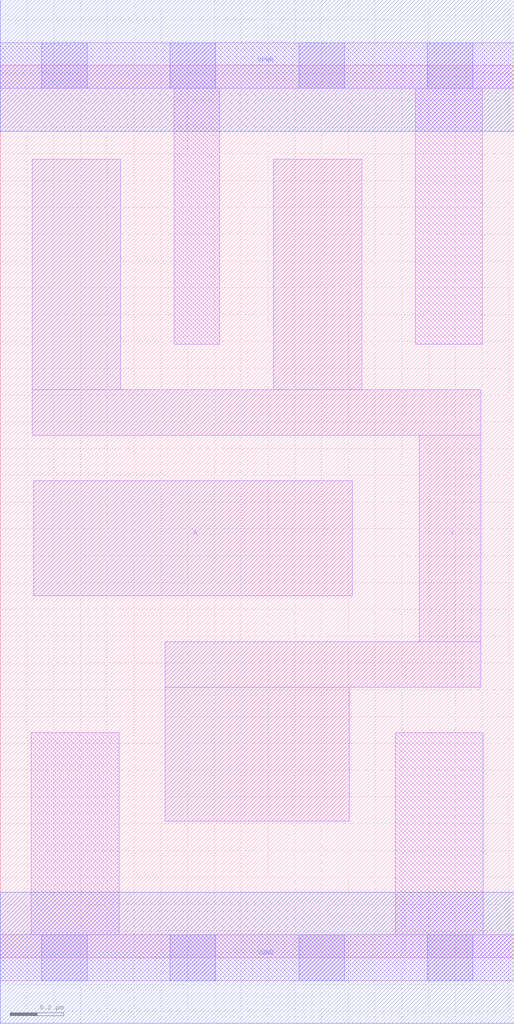
<source format=lef>
# Copyright 2020 The SkyWater PDK Authors
#
# Licensed under the Apache License, Version 2.0 (the "License");
# you may not use this file except in compliance with the License.
# You may obtain a copy of the License at
#
#     https://www.apache.org/licenses/LICENSE-2.0
#
# Unless required by applicable law or agreed to in writing, software
# distributed under the License is distributed on an "AS IS" BASIS,
# WITHOUT WARRANTIES OR CONDITIONS OF ANY KIND, either express or implied.
# See the License for the specific language governing permissions and
# limitations under the License.
#
# SPDX-License-Identifier: Apache-2.0

VERSION 5.5 ;
NAMESCASESENSITIVE ON ;
BUSBITCHARS "[]" ;
DIVIDERCHAR "/" ;
MACRO sky130_fd_sc_ls__clkinv_2
  CLASS CORE ;
  SOURCE USER ;
  ORIGIN  0.000000  0.000000 ;
  SIZE  1.920000 BY  3.330000 ;
  SYMMETRY X Y ;
  SITE unit ;
  PIN A
    ANTENNAGATEAREA  0.630000 ;
    DIRECTION INPUT ;
    USE SIGNAL ;
    PORT
      LAYER li1 ;
        RECT 0.125000 1.350000 1.315000 1.780000 ;
    END
  END A
  PIN Y
    ANTENNADIFFAREA  0.994000 ;
    DIRECTION OUTPUT ;
    USE SIGNAL ;
    PORT
      LAYER li1 ;
        RECT 0.120000 1.950000 1.795000 2.120000 ;
        RECT 0.120000 2.120000 0.450000 2.980000 ;
        RECT 0.615000 0.510000 1.305000 1.010000 ;
        RECT 0.615000 1.010000 1.795000 1.180000 ;
        RECT 1.020000 2.120000 1.350000 2.980000 ;
        RECT 1.565000 1.180000 1.795000 1.950000 ;
    END
  END Y
  PIN VGND
    DIRECTION INOUT ;
    SHAPE ABUTMENT ;
    USE GROUND ;
    PORT
      LAYER met1 ;
        RECT 0.000000 -0.245000 1.920000 0.245000 ;
    END
  END VGND
  PIN VPWR
    DIRECTION INOUT ;
    SHAPE ABUTMENT ;
    USE POWER ;
    PORT
      LAYER met1 ;
        RECT 0.000000 3.085000 1.920000 3.575000 ;
    END
  END VPWR
  OBS
    LAYER li1 ;
      RECT 0.000000 -0.085000 1.920000 0.085000 ;
      RECT 0.000000  3.245000 1.920000 3.415000 ;
      RECT 0.115000  0.085000 0.445000 0.840000 ;
      RECT 0.650000  2.290000 0.820000 3.245000 ;
      RECT 1.475000  0.085000 1.805000 0.840000 ;
      RECT 1.550000  2.290000 1.800000 3.245000 ;
    LAYER mcon ;
      RECT 0.155000 -0.085000 0.325000 0.085000 ;
      RECT 0.155000  3.245000 0.325000 3.415000 ;
      RECT 0.635000 -0.085000 0.805000 0.085000 ;
      RECT 0.635000  3.245000 0.805000 3.415000 ;
      RECT 1.115000 -0.085000 1.285000 0.085000 ;
      RECT 1.115000  3.245000 1.285000 3.415000 ;
      RECT 1.595000 -0.085000 1.765000 0.085000 ;
      RECT 1.595000  3.245000 1.765000 3.415000 ;
  END
END sky130_fd_sc_ls__clkinv_2

</source>
